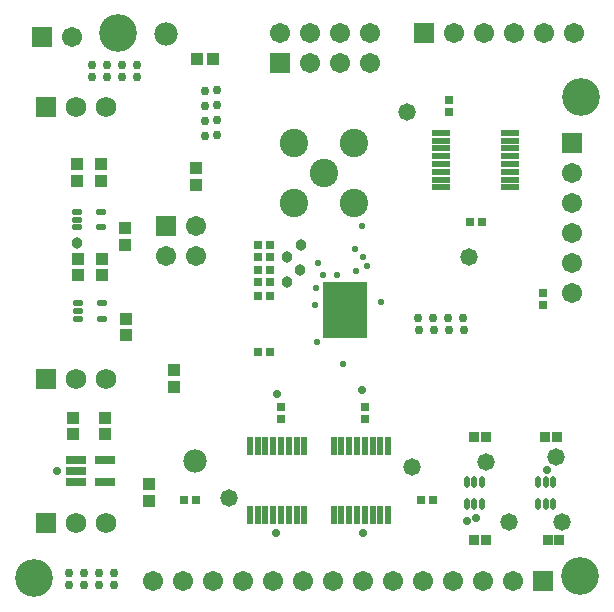
<source format=gts>
G04*
G04 #@! TF.GenerationSoftware,Altium Limited,Altium Designer,18.0.11 (651)*
G04*
G04 Layer_Color=8388736*
%FSLAX25Y25*%
%MOIN*%
G70*
G01*
G75*
%ADD29R,0.15000X0.19000*%
%ADD30R,0.06600X0.03000*%
%ADD31R,0.03635X0.03635*%
%ADD32R,0.02769X0.03162*%
G04:AMPARAMS|DCode=33|XSize=20.55mil|YSize=30.39mil|CornerRadius=4.37mil|HoleSize=0mil|Usage=FLASHONLY|Rotation=90.000|XOffset=0mil|YOffset=0mil|HoleType=Round|Shape=RoundedRectangle|*
%AMROUNDEDRECTD33*
21,1,0.02055,0.02165,0,0,90.0*
21,1,0.01181,0.03039,0,0,90.0*
1,1,0.00874,0.01083,0.00591*
1,1,0.00874,0.01083,-0.00591*
1,1,0.00874,-0.01083,-0.00591*
1,1,0.00874,-0.01083,0.00591*
%
%ADD33ROUNDEDRECTD33*%
%ADD34R,0.04343X0.03950*%
%ADD35R,0.01100X0.03200*%
%ADD36R,0.06300X0.02100*%
%ADD37R,0.02100X0.06300*%
%ADD38R,0.03162X0.02769*%
G04:AMPARAMS|DCode=39|XSize=20.55mil|YSize=38.27mil|CornerRadius=6.34mil|HoleSize=0mil|Usage=FLASHONLY|Rotation=180.000|XOffset=0mil|YOffset=0mil|HoleType=Round|Shape=RoundedRectangle|*
%AMROUNDEDRECTD39*
21,1,0.02055,0.02559,0,0,180.0*
21,1,0.00787,0.03827,0,0,180.0*
1,1,0.01267,-0.00394,0.01280*
1,1,0.01267,0.00394,0.01280*
1,1,0.01267,0.00394,-0.01280*
1,1,0.01267,-0.00394,-0.01280*
%
%ADD39ROUNDEDRECTD39*%
%ADD40R,0.03950X0.04343*%
%ADD41R,0.06706X0.06706*%
%ADD42C,0.06706*%
%ADD43C,0.09461*%
%ADD44R,0.06706X0.06706*%
%ADD45C,0.06902*%
%ADD46R,0.06902X0.06902*%
%ADD47C,0.12611*%
%ADD48C,0.05800*%
%ADD49C,0.02800*%
%ADD50C,0.02300*%
%ADD51C,0.03000*%
%ADD52C,0.03800*%
%ADD53C,0.07800*%
D29*
X113173Y-101969D02*
D03*
D30*
X23647Y-151812D02*
D03*
Y-155512D02*
D03*
Y-159212D02*
D03*
X33046D02*
D03*
Y-151812D02*
D03*
D31*
X180709Y-178740D02*
D03*
X184646D02*
D03*
X156299D02*
D03*
X160236D02*
D03*
X183858Y-144095D02*
D03*
X179921D02*
D03*
X160236D02*
D03*
X156299D02*
D03*
D32*
X119780Y-134311D02*
D03*
Y-138249D02*
D03*
X91840Y-134301D02*
D03*
Y-138239D02*
D03*
X179040Y-100148D02*
D03*
Y-96211D02*
D03*
X147810Y-35798D02*
D03*
Y-31861D02*
D03*
D33*
X31910Y-69265D02*
D03*
Y-74383D02*
D03*
X23840D02*
D03*
Y-71824D02*
D03*
Y-69265D02*
D03*
X32103Y-99737D02*
D03*
Y-104855D02*
D03*
X24033D02*
D03*
Y-102296D02*
D03*
Y-99737D02*
D03*
D34*
X32206Y-90328D02*
D03*
Y-84816D02*
D03*
X24332Y-90328D02*
D03*
Y-84816D02*
D03*
X22441Y-143307D02*
D03*
Y-137795D02*
D03*
X33071Y-143307D02*
D03*
Y-137795D02*
D03*
X56299Y-127559D02*
D03*
Y-122047D02*
D03*
X40080Y-110406D02*
D03*
Y-104894D02*
D03*
X48000Y-165500D02*
D03*
Y-159988D02*
D03*
X63610Y-54704D02*
D03*
Y-60216D02*
D03*
X31812Y-53320D02*
D03*
Y-58831D02*
D03*
X39686Y-80091D02*
D03*
Y-74579D02*
D03*
X23938Y-58831D02*
D03*
Y-53320D02*
D03*
D35*
X108073Y-109468D02*
D03*
X108673D02*
D03*
X109273D02*
D03*
X109873D02*
D03*
X110473D02*
D03*
X111073D02*
D03*
X111673D02*
D03*
X112273D02*
D03*
X112873D02*
D03*
X113473D02*
D03*
X114073D02*
D03*
X114673D02*
D03*
X115273D02*
D03*
X115873D02*
D03*
X116473D02*
D03*
X117073D02*
D03*
X117673D02*
D03*
X118273D02*
D03*
Y-94468D02*
D03*
X117673D02*
D03*
X117073D02*
D03*
X116473D02*
D03*
X115873D02*
D03*
X115273D02*
D03*
X114673D02*
D03*
X114073D02*
D03*
X113473D02*
D03*
X112873D02*
D03*
X112273D02*
D03*
X111673D02*
D03*
X111073D02*
D03*
X110473D02*
D03*
X109873D02*
D03*
X109273D02*
D03*
X108673D02*
D03*
X108073D02*
D03*
D36*
X145193Y-42869D02*
D03*
Y-45469D02*
D03*
Y-48068D02*
D03*
Y-50669D02*
D03*
Y-53268D02*
D03*
Y-55869D02*
D03*
Y-58469D02*
D03*
Y-61068D02*
D03*
X168193D02*
D03*
Y-58469D02*
D03*
Y-55869D02*
D03*
Y-53268D02*
D03*
Y-50669D02*
D03*
Y-48068D02*
D03*
Y-45469D02*
D03*
Y-42869D02*
D03*
D37*
X99639Y-147161D02*
D03*
X97039D02*
D03*
X94439D02*
D03*
X91839D02*
D03*
X89239D02*
D03*
X86639D02*
D03*
X84039D02*
D03*
X81439D02*
D03*
Y-170161D02*
D03*
X84039D02*
D03*
X86639D02*
D03*
X89239D02*
D03*
X91839D02*
D03*
X94439D02*
D03*
X97039D02*
D03*
X99639D02*
D03*
X127592D02*
D03*
X124992D02*
D03*
X122392D02*
D03*
X119792D02*
D03*
X117192D02*
D03*
X114592D02*
D03*
X111992D02*
D03*
X109392D02*
D03*
Y-147161D02*
D03*
X111992D02*
D03*
X114592D02*
D03*
X117192D02*
D03*
X119792D02*
D03*
X122392D02*
D03*
X124992D02*
D03*
X127592D02*
D03*
D38*
X84211Y-115900D02*
D03*
X88148D02*
D03*
X84251Y-80110D02*
D03*
X88188D02*
D03*
X84211Y-84370D02*
D03*
X88148D02*
D03*
X84272Y-88580D02*
D03*
X88209D02*
D03*
X84232Y-97310D02*
D03*
X88169D02*
D03*
X84211Y-92700D02*
D03*
X88148D02*
D03*
X154882Y-72490D02*
D03*
X158818D02*
D03*
X138662Y-165270D02*
D03*
X142598D02*
D03*
X63408D02*
D03*
X59471D02*
D03*
D39*
X158858Y-159252D02*
D03*
X156299D02*
D03*
X153740D02*
D03*
X158858Y-166535D02*
D03*
X156299D02*
D03*
X153740D02*
D03*
X182677Y-159252D02*
D03*
X180118D02*
D03*
X177559D02*
D03*
X182677Y-166535D02*
D03*
X180118D02*
D03*
X177559D02*
D03*
D40*
X63779Y-18110D02*
D03*
X69291D02*
D03*
D41*
X179055Y-192126D02*
D03*
X139528Y-9449D02*
D03*
X91575Y-19449D02*
D03*
X12126Y-11024D02*
D03*
D42*
X169055Y-192126D02*
D03*
X159055D02*
D03*
X149055D02*
D03*
X139055D02*
D03*
X129055D02*
D03*
X119055D02*
D03*
X109055D02*
D03*
X99055D02*
D03*
X89055D02*
D03*
X79055D02*
D03*
X69055D02*
D03*
X59055D02*
D03*
X49055D02*
D03*
X189528Y-9449D02*
D03*
X179528D02*
D03*
X169528D02*
D03*
X159528D02*
D03*
X149528D02*
D03*
X91575D02*
D03*
X101575Y-19449D02*
D03*
Y-9449D02*
D03*
X111575Y-19449D02*
D03*
Y-9449D02*
D03*
X121575Y-19449D02*
D03*
Y-9449D02*
D03*
X63490Y-84020D02*
D03*
X53490D02*
D03*
X63490Y-74020D02*
D03*
X188740Y-56172D02*
D03*
Y-66172D02*
D03*
Y-76172D02*
D03*
Y-86172D02*
D03*
Y-96172D02*
D03*
X22126Y-11024D02*
D03*
D43*
X96070Y-46340D02*
D03*
X116070D02*
D03*
Y-66340D02*
D03*
X96070D02*
D03*
X106070Y-56340D02*
D03*
D44*
X53490Y-74020D02*
D03*
X188740Y-46172D02*
D03*
D45*
X33465Y-124803D02*
D03*
X23465D02*
D03*
X33465Y-173000D02*
D03*
X23465D02*
D03*
X33465Y-34290D02*
D03*
X23465D02*
D03*
D46*
X13465Y-124803D02*
D03*
Y-173000D02*
D03*
Y-34290D02*
D03*
D47*
X9370Y-191420D02*
D03*
X191480Y-190750D02*
D03*
X191880Y-30760D02*
D03*
X37610Y-9580D02*
D03*
D48*
X134000Y-36040D02*
D03*
X167990Y-172600D02*
D03*
X183670Y-150780D02*
D03*
X154610Y-84280D02*
D03*
X185530Y-172450D02*
D03*
X74550Y-164570D02*
D03*
X135600Y-154290D02*
D03*
X160280Y-152620D02*
D03*
D49*
X119340Y-176190D02*
D03*
X180600Y-155150D02*
D03*
X118850Y-128590D02*
D03*
X17200Y-155660D02*
D03*
X90520Y-130040D02*
D03*
X90200Y-176110D02*
D03*
X156840Y-171150D02*
D03*
X153740Y-172090D02*
D03*
D50*
X110600Y-90150D02*
D03*
X105990Y-90380D02*
D03*
X104160Y-86150D02*
D03*
X116710Y-88900D02*
D03*
X119080Y-84270D02*
D03*
X120610Y-87230D02*
D03*
X103480Y-94720D02*
D03*
X103920Y-112690D02*
D03*
X103300Y-100290D02*
D03*
X125250Y-99410D02*
D03*
X112630Y-119980D02*
D03*
X118760Y-73820D02*
D03*
X116620Y-81630D02*
D03*
D51*
X36220Y-189570D02*
D03*
X31220D02*
D03*
X26220D02*
D03*
X21220D02*
D03*
X21310Y-193520D02*
D03*
X26310D02*
D03*
X31310D02*
D03*
X36310D02*
D03*
X66640Y-28800D02*
D03*
Y-33800D02*
D03*
Y-38800D02*
D03*
Y-43800D02*
D03*
X70590Y-43710D02*
D03*
Y-38710D02*
D03*
Y-33710D02*
D03*
Y-28710D02*
D03*
X43840Y-20160D02*
D03*
X38840D02*
D03*
X33840D02*
D03*
X28840D02*
D03*
X28930Y-24110D02*
D03*
X33930D02*
D03*
X38930D02*
D03*
X43930D02*
D03*
X152700Y-108610D02*
D03*
X147700D02*
D03*
X142700D02*
D03*
X137700D02*
D03*
X137610Y-104660D02*
D03*
X142610D02*
D03*
X147610D02*
D03*
X152610D02*
D03*
D52*
X93700Y-92630D02*
D03*
X93840Y-84370D02*
D03*
X98360Y-80110D02*
D03*
X98330Y-88600D02*
D03*
X23740Y-79490D02*
D03*
D53*
X53450Y-9830D02*
D03*
X63110Y-152160D02*
D03*
M02*

</source>
